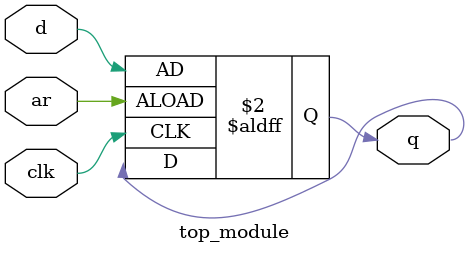
<source format=v>
module top_module (
    input clk,
    input d, 
    input ar,   // asynchronous reset
    output q);

    reg q;
    
    always @(posedge clk or posedge ar) begin
        if (ar) begin
            q <= d;
        end
    end

endmodule
</source>
